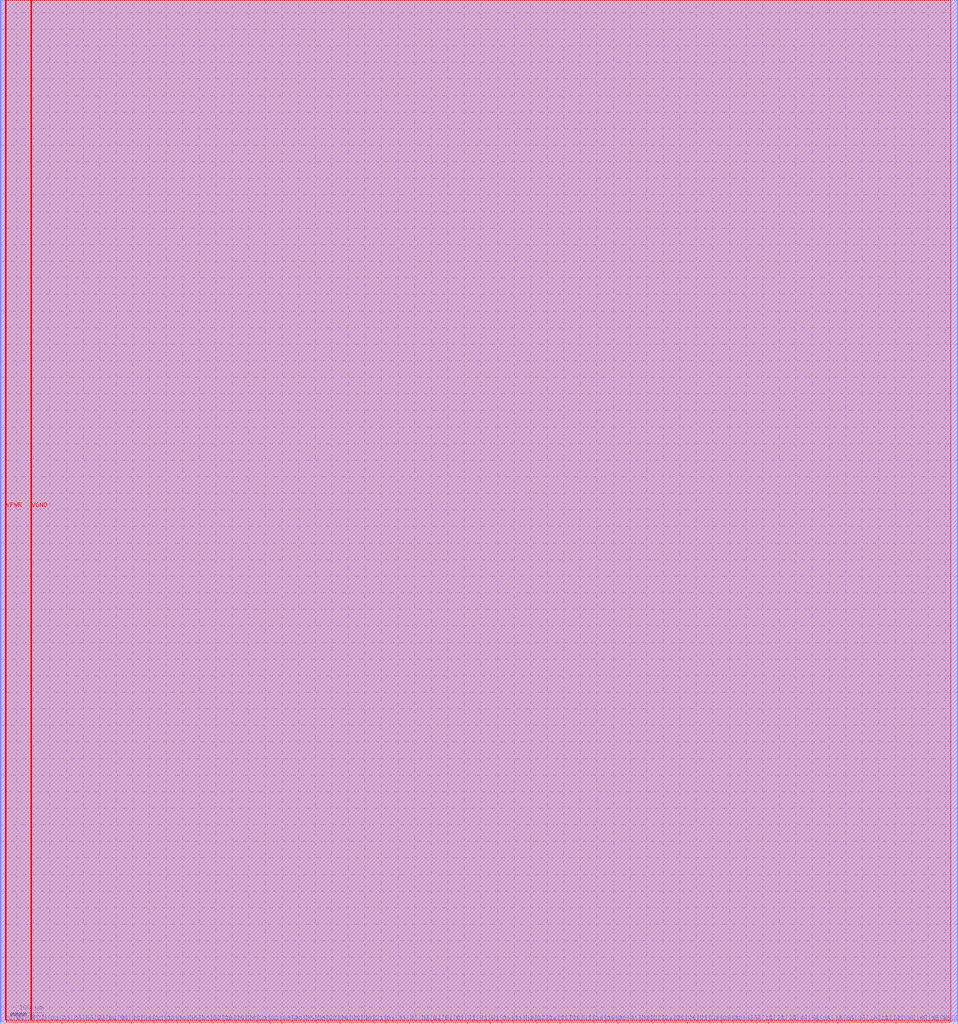
<source format=lef>
VERSION 5.7 ;
  NOWIREEXTENSIONATPIN ON ;
  DIVIDERCHAR "/" ;
  BUSBITCHARS "[]" ;
MACRO RAM_6Kx32
  CLASS BLOCK ;
  FOREIGN RAM_6Kx32 ;
  ORIGIN 0.000 0.000 ;
  SIZE 2889.825 BY 3087.440 ;
  PIN A[0]
    DIRECTION INPUT ;
    PORT
      LAYER met2 ;
        RECT 2247.380 0.000 2247.660 4.000 ;
    END
  END A[0]
  PIN A[10]
    DIRECTION INPUT ;
    PORT
      LAYER met2 ;
        RECT 2596.980 0.000 2597.260 4.000 ;
    END
  END A[10]
  PIN A[11]
    DIRECTION INPUT ;
    PORT
      LAYER met2 ;
        RECT 2631.940 0.000 2632.220 4.000 ;
    END
  END A[11]
  PIN A[12]
    DIRECTION INPUT ;
    PORT
      LAYER met2 ;
        RECT 2666.900 0.000 2667.180 4.000 ;
    END
  END A[12]
  PIN A[1]
    DIRECTION INPUT ;
    PORT
      LAYER met2 ;
        RECT 2282.340 0.000 2282.620 4.000 ;
    END
  END A[1]
  PIN A[2]
    DIRECTION INPUT ;
    PORT
      LAYER met2 ;
        RECT 2317.300 0.000 2317.580 4.000 ;
    END
  END A[2]
  PIN A[3]
    DIRECTION INPUT ;
    PORT
      LAYER met2 ;
        RECT 2352.260 0.000 2352.540 4.000 ;
    END
  END A[3]
  PIN A[4]
    DIRECTION INPUT ;
    PORT
      LAYER met2 ;
        RECT 2387.220 0.000 2387.500 4.000 ;
    END
  END A[4]
  PIN A[5]
    DIRECTION INPUT ;
    PORT
      LAYER met2 ;
        RECT 2422.180 0.000 2422.460 4.000 ;
    END
  END A[5]
  PIN A[6]
    DIRECTION INPUT ;
    PORT
      LAYER met2 ;
        RECT 2457.140 0.000 2457.420 4.000 ;
    END
  END A[6]
  PIN A[7]
    DIRECTION INPUT ;
    PORT
      LAYER met2 ;
        RECT 2492.100 0.000 2492.380 4.000 ;
    END
  END A[7]
  PIN A[8]
    DIRECTION INPUT ;
    PORT
      LAYER met2 ;
        RECT 2527.060 0.000 2527.340 4.000 ;
    END
  END A[8]
  PIN A[9]
    DIRECTION INPUT ;
    PORT
      LAYER met2 ;
        RECT 2562.020 0.000 2562.300 4.000 ;
    END
  END A[9]
  PIN CLK
    DIRECTION INPUT ;
    PORT
      LAYER met2 ;
        RECT 2701.860 0.000 2702.140 4.000 ;
    END
  END CLK
  PIN Di[0]
    DIRECTION INPUT ;
    PORT
      LAYER met2 ;
        RECT 1129.580 0.000 1129.860 4.000 ;
    END
  END Di[0]
  PIN Di[10]
    DIRECTION INPUT ;
    PORT
      LAYER met2 ;
        RECT 1478.720 0.000 1479.000 4.000 ;
    END
  END Di[10]
  PIN Di[11]
    DIRECTION INPUT ;
    PORT
      LAYER met2 ;
        RECT 1513.680 0.000 1513.960 4.000 ;
    END
  END Di[11]
  PIN Di[12]
    DIRECTION INPUT ;
    PORT
      LAYER met2 ;
        RECT 1548.640 0.000 1548.920 4.000 ;
    END
  END Di[12]
  PIN Di[13]
    DIRECTION INPUT ;
    PORT
      LAYER met2 ;
        RECT 1583.600 0.000 1583.880 4.000 ;
    END
  END Di[13]
  PIN Di[14]
    DIRECTION INPUT ;
    PORT
      LAYER met2 ;
        RECT 1618.560 0.000 1618.840 4.000 ;
    END
  END Di[14]
  PIN Di[15]
    DIRECTION INPUT ;
    PORT
      LAYER met2 ;
        RECT 1653.520 0.000 1653.800 4.000 ;
    END
  END Di[15]
  PIN Di[16]
    DIRECTION INPUT ;
    PORT
      LAYER met2 ;
        RECT 1688.480 0.000 1688.760 4.000 ;
    END
  END Di[16]
  PIN Di[17]
    DIRECTION INPUT ;
    PORT
      LAYER met2 ;
        RECT 1723.440 0.000 1723.720 4.000 ;
    END
  END Di[17]
  PIN Di[18]
    DIRECTION INPUT ;
    PORT
      LAYER met2 ;
        RECT 1758.400 0.000 1758.680 4.000 ;
    END
  END Di[18]
  PIN Di[19]
    DIRECTION INPUT ;
    PORT
      LAYER met2 ;
        RECT 1793.360 0.000 1793.640 4.000 ;
    END
  END Di[19]
  PIN Di[1]
    DIRECTION INPUT ;
    PORT
      LAYER met2 ;
        RECT 1164.540 0.000 1164.820 4.000 ;
    END
  END Di[1]
  PIN Di[20]
    DIRECTION INPUT ;
    PORT
      LAYER met2 ;
        RECT 1828.320 0.000 1828.600 4.000 ;
    END
  END Di[20]
  PIN Di[21]
    DIRECTION INPUT ;
    PORT
      LAYER met2 ;
        RECT 1863.280 0.000 1863.560 4.000 ;
    END
  END Di[21]
  PIN Di[22]
    DIRECTION INPUT ;
    PORT
      LAYER met2 ;
        RECT 1898.240 0.000 1898.520 4.000 ;
    END
  END Di[22]
  PIN Di[23]
    DIRECTION INPUT ;
    PORT
      LAYER met2 ;
        RECT 1933.200 0.000 1933.480 4.000 ;
    END
  END Di[23]
  PIN Di[24]
    DIRECTION INPUT ;
    PORT
      LAYER met2 ;
        RECT 1968.160 0.000 1968.440 4.000 ;
    END
  END Di[24]
  PIN Di[25]
    DIRECTION INPUT ;
    PORT
      LAYER met2 ;
        RECT 2003.120 0.000 2003.400 4.000 ;
    END
  END Di[25]
  PIN Di[26]
    DIRECTION INPUT ;
    PORT
      LAYER met2 ;
        RECT 2038.080 0.000 2038.360 4.000 ;
    END
  END Di[26]
  PIN Di[27]
    DIRECTION INPUT ;
    PORT
      LAYER met2 ;
        RECT 2073.040 0.000 2073.320 4.000 ;
    END
  END Di[27]
  PIN Di[28]
    DIRECTION INPUT ;
    PORT
      LAYER met2 ;
        RECT 2108.000 0.000 2108.280 4.000 ;
    END
  END Di[28]
  PIN Di[29]
    DIRECTION INPUT ;
    PORT
      LAYER met2 ;
        RECT 2142.960 0.000 2143.240 4.000 ;
    END
  END Di[29]
  PIN Di[2]
    DIRECTION INPUT ;
    PORT
      LAYER met2 ;
        RECT 1199.500 0.000 1199.780 4.000 ;
    END
  END Di[2]
  PIN Di[30]
    DIRECTION INPUT ;
    PORT
      LAYER met2 ;
        RECT 2177.920 0.000 2178.200 4.000 ;
    END
  END Di[30]
  PIN Di[31]
    DIRECTION INPUT ;
    PORT
      LAYER met2 ;
        RECT 2212.420 0.000 2212.700 4.000 ;
    END
  END Di[31]
  PIN Di[3]
    DIRECTION INPUT ;
    PORT
      LAYER met2 ;
        RECT 1234.460 0.000 1234.740 4.000 ;
    END
  END Di[3]
  PIN Di[4]
    DIRECTION INPUT ;
    PORT
      LAYER met2 ;
        RECT 1269.420 0.000 1269.700 4.000 ;
    END
  END Di[4]
  PIN Di[5]
    DIRECTION INPUT ;
    PORT
      LAYER met2 ;
        RECT 1304.380 0.000 1304.660 4.000 ;
    END
  END Di[5]
  PIN Di[6]
    DIRECTION INPUT ;
    PORT
      LAYER met2 ;
        RECT 1339.340 0.000 1339.620 4.000 ;
    END
  END Di[6]
  PIN Di[7]
    DIRECTION INPUT ;
    PORT
      LAYER met2 ;
        RECT 1374.300 0.000 1374.580 4.000 ;
    END
  END Di[7]
  PIN Di[8]
    DIRECTION INPUT ;
    PORT
      LAYER met2 ;
        RECT 1409.260 0.000 1409.540 4.000 ;
    END
  END Di[8]
  PIN Di[9]
    DIRECTION INPUT ;
    PORT
      LAYER met2 ;
        RECT 1444.220 0.000 1444.500 4.000 ;
    END
  END Di[9]
  PIN Do[0]
    DIRECTION OUTPUT TRISTATE ;
    PORT
      LAYER met2 ;
        RECT 11.780 0.000 12.060 4.000 ;
    END
  END Do[0]
  PIN Do[10]
    DIRECTION OUTPUT TRISTATE ;
    PORT
      LAYER met2 ;
        RECT 360.920 0.000 361.200 4.000 ;
    END
  END Do[10]
  PIN Do[11]
    DIRECTION OUTPUT TRISTATE ;
    PORT
      LAYER met2 ;
        RECT 395.880 0.000 396.160 4.000 ;
    END
  END Do[11]
  PIN Do[12]
    DIRECTION OUTPUT TRISTATE ;
    PORT
      LAYER met2 ;
        RECT 430.840 0.000 431.120 4.000 ;
    END
  END Do[12]
  PIN Do[13]
    DIRECTION OUTPUT TRISTATE ;
    PORT
      LAYER met2 ;
        RECT 465.800 0.000 466.080 4.000 ;
    END
  END Do[13]
  PIN Do[14]
    DIRECTION OUTPUT TRISTATE ;
    PORT
      LAYER met2 ;
        RECT 500.760 0.000 501.040 4.000 ;
    END
  END Do[14]
  PIN Do[15]
    DIRECTION OUTPUT TRISTATE ;
    PORT
      LAYER met2 ;
        RECT 535.720 0.000 536.000 4.000 ;
    END
  END Do[15]
  PIN Do[16]
    DIRECTION OUTPUT TRISTATE ;
    PORT
      LAYER met2 ;
        RECT 570.680 0.000 570.960 4.000 ;
    END
  END Do[16]
  PIN Do[17]
    DIRECTION OUTPUT TRISTATE ;
    PORT
      LAYER met2 ;
        RECT 605.640 0.000 605.920 4.000 ;
    END
  END Do[17]
  PIN Do[18]
    DIRECTION OUTPUT TRISTATE ;
    PORT
      LAYER met2 ;
        RECT 640.600 0.000 640.880 4.000 ;
    END
  END Do[18]
  PIN Do[19]
    DIRECTION OUTPUT TRISTATE ;
    PORT
      LAYER met2 ;
        RECT 675.560 0.000 675.840 4.000 ;
    END
  END Do[19]
  PIN Do[1]
    DIRECTION OUTPUT TRISTATE ;
    PORT
      LAYER met2 ;
        RECT 46.280 0.000 46.560 4.000 ;
    END
  END Do[1]
  PIN Do[20]
    DIRECTION OUTPUT TRISTATE ;
    PORT
      LAYER met2 ;
        RECT 710.520 0.000 710.800 4.000 ;
    END
  END Do[20]
  PIN Do[21]
    DIRECTION OUTPUT TRISTATE ;
    PORT
      LAYER met2 ;
        RECT 745.020 0.000 745.300 4.000 ;
    END
  END Do[21]
  PIN Do[22]
    DIRECTION OUTPUT TRISTATE ;
    PORT
      LAYER met2 ;
        RECT 779.980 0.000 780.260 4.000 ;
    END
  END Do[22]
  PIN Do[23]
    DIRECTION OUTPUT TRISTATE ;
    PORT
      LAYER met2 ;
        RECT 814.940 0.000 815.220 4.000 ;
    END
  END Do[23]
  PIN Do[24]
    DIRECTION OUTPUT TRISTATE ;
    PORT
      LAYER met2 ;
        RECT 849.900 0.000 850.180 4.000 ;
    END
  END Do[24]
  PIN Do[25]
    DIRECTION OUTPUT TRISTATE ;
    PORT
      LAYER met2 ;
        RECT 884.860 0.000 885.140 4.000 ;
    END
  END Do[25]
  PIN Do[26]
    DIRECTION OUTPUT TRISTATE ;
    PORT
      LAYER met2 ;
        RECT 919.820 0.000 920.100 4.000 ;
    END
  END Do[26]
  PIN Do[27]
    DIRECTION OUTPUT TRISTATE ;
    PORT
      LAYER met2 ;
        RECT 954.780 0.000 955.060 4.000 ;
    END
  END Do[27]
  PIN Do[28]
    DIRECTION OUTPUT TRISTATE ;
    PORT
      LAYER met2 ;
        RECT 989.740 0.000 990.020 4.000 ;
    END
  END Do[28]
  PIN Do[29]
    DIRECTION OUTPUT TRISTATE ;
    PORT
      LAYER met2 ;
        RECT 1024.700 0.000 1024.980 4.000 ;
    END
  END Do[29]
  PIN Do[2]
    DIRECTION OUTPUT TRISTATE ;
    PORT
      LAYER met2 ;
        RECT 81.240 0.000 81.520 4.000 ;
    END
  END Do[2]
  PIN Do[30]
    DIRECTION OUTPUT TRISTATE ;
    PORT
      LAYER met2 ;
        RECT 1059.660 0.000 1059.940 4.000 ;
    END
  END Do[30]
  PIN Do[31]
    DIRECTION OUTPUT TRISTATE ;
    PORT
      LAYER met2 ;
        RECT 1094.620 0.000 1094.900 4.000 ;
    END
  END Do[31]
  PIN Do[3]
    DIRECTION OUTPUT TRISTATE ;
    PORT
      LAYER met2 ;
        RECT 116.200 0.000 116.480 4.000 ;
    END
  END Do[3]
  PIN Do[4]
    DIRECTION OUTPUT TRISTATE ;
    PORT
      LAYER met2 ;
        RECT 151.160 0.000 151.440 4.000 ;
    END
  END Do[4]
  PIN Do[5]
    DIRECTION OUTPUT TRISTATE ;
    PORT
      LAYER met2 ;
        RECT 186.120 0.000 186.400 4.000 ;
    END
  END Do[5]
  PIN Do[6]
    DIRECTION OUTPUT TRISTATE ;
    PORT
      LAYER met2 ;
        RECT 221.080 0.000 221.360 4.000 ;
    END
  END Do[6]
  PIN Do[7]
    DIRECTION OUTPUT TRISTATE ;
    PORT
      LAYER met2 ;
        RECT 256.040 0.000 256.320 4.000 ;
    END
  END Do[7]
  PIN Do[8]
    DIRECTION OUTPUT TRISTATE ;
    PORT
      LAYER met2 ;
        RECT 291.000 0.000 291.280 4.000 ;
    END
  END Do[8]
  PIN Do[9]
    DIRECTION OUTPUT TRISTATE ;
    PORT
      LAYER met2 ;
        RECT 325.960 0.000 326.240 4.000 ;
    END
  END Do[9]
  PIN EN
    DIRECTION INPUT ;
    PORT
      LAYER met2 ;
        RECT 2876.660 0.000 2876.940 4.000 ;
    END
  END EN
  PIN WE[0]
    DIRECTION INPUT ;
    PORT
      LAYER met2 ;
        RECT 2736.820 0.000 2737.100 4.000 ;
    END
  END WE[0]
  PIN WE[1]
    DIRECTION INPUT ;
    PORT
      LAYER met2 ;
        RECT 2771.780 0.000 2772.060 4.000 ;
    END
  END WE[1]
  PIN WE[2]
    DIRECTION INPUT ;
    PORT
      LAYER met2 ;
        RECT 2806.740 0.000 2807.020 4.000 ;
    END
  END WE[2]
  PIN WE[3]
    DIRECTION INPUT ;
    PORT
      LAYER met2 ;
        RECT 2841.700 0.000 2841.980 4.000 ;
    END
  END WE[3]
  PIN VPWR
    DIRECTION INPUT ;
    USE POWER ;
    PORT
      LAYER met4 ;
        RECT 15.710 10.640 17.310 3087.440 ;
    END
  END VPWR
  PIN VGND
    DIRECTION INPUT ;
    USE GROUND ;
    PORT
      LAYER met4 ;
        RECT 92.510 10.640 94.110 3087.440 ;
    END
  END VGND
  OBS
      LAYER li1 ;
        RECT 0.190 10.795 2889.765 3087.285 ;
      LAYER met1 ;
        RECT 0.190 4.460 2889.825 3087.440 ;
      LAYER met2 ;
        RECT 1.670 4.280 2887.970 3087.440 ;
        RECT 1.670 4.000 11.500 4.280 ;
        RECT 12.340 4.000 46.000 4.280 ;
        RECT 46.840 4.000 80.960 4.280 ;
        RECT 81.800 4.000 115.920 4.280 ;
        RECT 116.760 4.000 150.880 4.280 ;
        RECT 151.720 4.000 185.840 4.280 ;
        RECT 186.680 4.000 220.800 4.280 ;
        RECT 221.640 4.000 255.760 4.280 ;
        RECT 256.600 4.000 290.720 4.280 ;
        RECT 291.560 4.000 325.680 4.280 ;
        RECT 326.520 4.000 360.640 4.280 ;
        RECT 361.480 4.000 395.600 4.280 ;
        RECT 396.440 4.000 430.560 4.280 ;
        RECT 431.400 4.000 465.520 4.280 ;
        RECT 466.360 4.000 500.480 4.280 ;
        RECT 501.320 4.000 535.440 4.280 ;
        RECT 536.280 4.000 570.400 4.280 ;
        RECT 571.240 4.000 605.360 4.280 ;
        RECT 606.200 4.000 640.320 4.280 ;
        RECT 641.160 4.000 675.280 4.280 ;
        RECT 676.120 4.000 710.240 4.280 ;
        RECT 711.080 4.000 744.740 4.280 ;
        RECT 745.580 4.000 779.700 4.280 ;
        RECT 780.540 4.000 814.660 4.280 ;
        RECT 815.500 4.000 849.620 4.280 ;
        RECT 850.460 4.000 884.580 4.280 ;
        RECT 885.420 4.000 919.540 4.280 ;
        RECT 920.380 4.000 954.500 4.280 ;
        RECT 955.340 4.000 989.460 4.280 ;
        RECT 990.300 4.000 1024.420 4.280 ;
        RECT 1025.260 4.000 1059.380 4.280 ;
        RECT 1060.220 4.000 1094.340 4.280 ;
        RECT 1095.180 4.000 1129.300 4.280 ;
        RECT 1130.140 4.000 1164.260 4.280 ;
        RECT 1165.100 4.000 1199.220 4.280 ;
        RECT 1200.060 4.000 1234.180 4.280 ;
        RECT 1235.020 4.000 1269.140 4.280 ;
        RECT 1269.980 4.000 1304.100 4.280 ;
        RECT 1304.940 4.000 1339.060 4.280 ;
        RECT 1339.900 4.000 1374.020 4.280 ;
        RECT 1374.860 4.000 1408.980 4.280 ;
        RECT 1409.820 4.000 1443.940 4.280 ;
        RECT 1444.780 4.000 1478.440 4.280 ;
        RECT 1479.280 4.000 1513.400 4.280 ;
        RECT 1514.240 4.000 1548.360 4.280 ;
        RECT 1549.200 4.000 1583.320 4.280 ;
        RECT 1584.160 4.000 1618.280 4.280 ;
        RECT 1619.120 4.000 1653.240 4.280 ;
        RECT 1654.080 4.000 1688.200 4.280 ;
        RECT 1689.040 4.000 1723.160 4.280 ;
        RECT 1724.000 4.000 1758.120 4.280 ;
        RECT 1758.960 4.000 1793.080 4.280 ;
        RECT 1793.920 4.000 1828.040 4.280 ;
        RECT 1828.880 4.000 1863.000 4.280 ;
        RECT 1863.840 4.000 1897.960 4.280 ;
        RECT 1898.800 4.000 1932.920 4.280 ;
        RECT 1933.760 4.000 1967.880 4.280 ;
        RECT 1968.720 4.000 2002.840 4.280 ;
        RECT 2003.680 4.000 2037.800 4.280 ;
        RECT 2038.640 4.000 2072.760 4.280 ;
        RECT 2073.600 4.000 2107.720 4.280 ;
        RECT 2108.560 4.000 2142.680 4.280 ;
        RECT 2143.520 4.000 2177.640 4.280 ;
        RECT 2178.480 4.000 2212.140 4.280 ;
        RECT 2212.980 4.000 2247.100 4.280 ;
        RECT 2247.940 4.000 2282.060 4.280 ;
        RECT 2282.900 4.000 2317.020 4.280 ;
        RECT 2317.860 4.000 2351.980 4.280 ;
        RECT 2352.820 4.000 2386.940 4.280 ;
        RECT 2387.780 4.000 2421.900 4.280 ;
        RECT 2422.740 4.000 2456.860 4.280 ;
        RECT 2457.700 4.000 2491.820 4.280 ;
        RECT 2492.660 4.000 2526.780 4.280 ;
        RECT 2527.620 4.000 2561.740 4.280 ;
        RECT 2562.580 4.000 2596.700 4.280 ;
        RECT 2597.540 4.000 2631.660 4.280 ;
        RECT 2632.500 4.000 2666.620 4.280 ;
        RECT 2667.460 4.000 2701.580 4.280 ;
        RECT 2702.420 4.000 2736.540 4.280 ;
        RECT 2737.380 4.000 2771.500 4.280 ;
        RECT 2772.340 4.000 2806.460 4.280 ;
        RECT 2807.300 4.000 2841.420 4.280 ;
        RECT 2842.260 4.000 2876.380 4.280 ;
        RECT 2877.220 4.000 2887.970 4.280 ;
      LAYER met3 ;
        RECT 2.555 4.255 2887.545 3087.365 ;
      LAYER met4 ;
        RECT 17.965 10.240 92.110 3087.440 ;
        RECT 94.510 10.240 2867.535 3087.440 ;
        RECT 17.965 4.255 2867.535 10.240 ;
  END
END RAM_6Kx32
END LIBRARY


</source>
